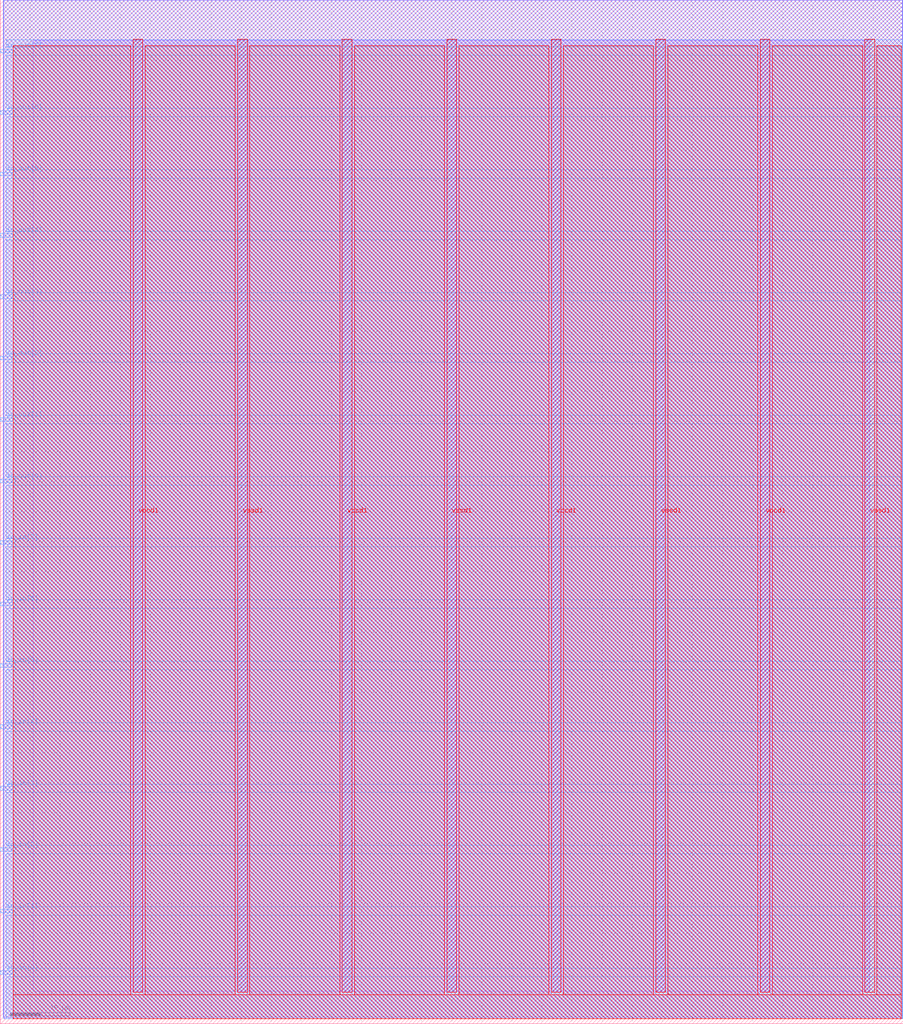
<source format=lef>
VERSION 5.7 ;
  NOWIREEXTENSIONATPIN ON ;
  DIVIDERCHAR "/" ;
  BUSBITCHARS "[]" ;
MACRO wokwi_tt03_simon_top
  CLASS BLOCK ;
  FOREIGN wokwi_tt03_simon_top ;
  ORIGIN 0.000 0.000 ;
  SIZE 150.000 BY 170.000 ;
  PIN io_in[0]
    DIRECTION INPUT ;
    USE SIGNAL ;
    PORT
      LAYER met3 ;
        RECT 0.000 8.200 2.000 8.800 ;
    END
  END io_in[0]
  PIN io_in[1]
    DIRECTION INPUT ;
    USE SIGNAL ;
    PORT
      LAYER met3 ;
        RECT 0.000 18.400 2.000 19.000 ;
    END
  END io_in[1]
  PIN io_in[2]
    DIRECTION INPUT ;
    USE SIGNAL ;
    PORT
      LAYER met3 ;
        RECT 0.000 28.600 2.000 29.200 ;
    END
  END io_in[2]
  PIN io_in[3]
    DIRECTION INPUT ;
    USE SIGNAL ;
    PORT
      LAYER met3 ;
        RECT 0.000 38.800 2.000 39.400 ;
    END
  END io_in[3]
  PIN io_in[4]
    DIRECTION INPUT ;
    USE SIGNAL ;
    PORT
      LAYER met3 ;
        RECT 0.000 49.000 2.000 49.600 ;
    END
  END io_in[4]
  PIN io_in[5]
    DIRECTION INPUT ;
    USE SIGNAL ;
    PORT
      LAYER met3 ;
        RECT 0.000 59.200 2.000 59.800 ;
    END
  END io_in[5]
  PIN io_in[6]
    DIRECTION INPUT ;
    USE SIGNAL ;
    PORT
      LAYER met3 ;
        RECT 0.000 69.400 2.000 70.000 ;
    END
  END io_in[6]
  PIN io_in[7]
    DIRECTION INPUT ;
    USE SIGNAL ;
    PORT
      LAYER met3 ;
        RECT 0.000 79.600 2.000 80.200 ;
    END
  END io_in[7]
  PIN io_out[0]
    DIRECTION OUTPUT TRISTATE ;
    USE SIGNAL ;
    PORT
      LAYER met3 ;
        RECT 0.000 89.800 2.000 90.400 ;
    END
  END io_out[0]
  PIN io_out[1]
    DIRECTION OUTPUT TRISTATE ;
    USE SIGNAL ;
    PORT
      LAYER met3 ;
        RECT 0.000 100.000 2.000 100.600 ;
    END
  END io_out[1]
  PIN io_out[2]
    DIRECTION OUTPUT TRISTATE ;
    USE SIGNAL ;
    PORT
      LAYER met3 ;
        RECT 0.000 110.200 2.000 110.800 ;
    END
  END io_out[2]
  PIN io_out[3]
    DIRECTION OUTPUT TRISTATE ;
    USE SIGNAL ;
    PORT
      LAYER met3 ;
        RECT 0.000 120.400 2.000 121.000 ;
    END
  END io_out[3]
  PIN io_out[4]
    DIRECTION OUTPUT TRISTATE ;
    USE SIGNAL ;
    PORT
      LAYER met3 ;
        RECT 0.000 130.600 2.000 131.200 ;
    END
  END io_out[4]
  PIN io_out[5]
    DIRECTION OUTPUT TRISTATE ;
    USE SIGNAL ;
    PORT
      LAYER met3 ;
        RECT 0.000 140.800 2.000 141.400 ;
    END
  END io_out[5]
  PIN io_out[6]
    DIRECTION OUTPUT TRISTATE ;
    USE SIGNAL ;
    PORT
      LAYER met3 ;
        RECT 0.000 151.000 2.000 151.600 ;
    END
  END io_out[6]
  PIN io_out[7]
    DIRECTION OUTPUT TRISTATE ;
    USE SIGNAL ;
    PORT
      LAYER met3 ;
        RECT 0.000 161.200 2.000 161.800 ;
    END
  END io_out[7]
  PIN vccd1
    DIRECTION INOUT ;
    USE POWER ;
    PORT
      LAYER met4 ;
        RECT 22.085 5.200 23.685 163.440 ;
    END
    PORT
      LAYER met4 ;
        RECT 56.815 5.200 58.415 163.440 ;
    END
    PORT
      LAYER met4 ;
        RECT 91.545 5.200 93.145 163.440 ;
    END
    PORT
      LAYER met4 ;
        RECT 126.275 5.200 127.875 163.440 ;
    END
  END vccd1
  PIN vssd1
    DIRECTION INOUT ;
    USE GROUND ;
    PORT
      LAYER met4 ;
        RECT 39.450 5.200 41.050 163.440 ;
    END
    PORT
      LAYER met4 ;
        RECT 74.180 5.200 75.780 163.440 ;
    END
    PORT
      LAYER met4 ;
        RECT 108.910 5.200 110.510 163.440 ;
    END
    PORT
      LAYER met4 ;
        RECT 143.640 5.200 145.240 163.440 ;
    END
  END vssd1
  OBS
      LAYER li1 ;
        RECT 5.520 5.355 144.440 163.285 ;
      LAYER met1 ;
        RECT 0.530 1.060 149.890 169.960 ;
      LAYER met2 ;
        RECT 0.560 0.835 149.870 169.990 ;
      LAYER met3 ;
        RECT 0.985 162.200 149.895 163.365 ;
        RECT 2.400 160.800 149.895 162.200 ;
        RECT 0.985 152.000 149.895 160.800 ;
        RECT 2.400 150.600 149.895 152.000 ;
        RECT 0.985 141.800 149.895 150.600 ;
        RECT 2.400 140.400 149.895 141.800 ;
        RECT 0.985 131.600 149.895 140.400 ;
        RECT 2.400 130.200 149.895 131.600 ;
        RECT 0.985 121.400 149.895 130.200 ;
        RECT 2.400 120.000 149.895 121.400 ;
        RECT 0.985 111.200 149.895 120.000 ;
        RECT 2.400 109.800 149.895 111.200 ;
        RECT 0.985 101.000 149.895 109.800 ;
        RECT 2.400 99.600 149.895 101.000 ;
        RECT 0.985 90.800 149.895 99.600 ;
        RECT 2.400 89.400 149.895 90.800 ;
        RECT 0.985 80.600 149.895 89.400 ;
        RECT 2.400 79.200 149.895 80.600 ;
        RECT 0.985 70.400 149.895 79.200 ;
        RECT 2.400 69.000 149.895 70.400 ;
        RECT 0.985 60.200 149.895 69.000 ;
        RECT 2.400 58.800 149.895 60.200 ;
        RECT 0.985 50.000 149.895 58.800 ;
        RECT 2.400 48.600 149.895 50.000 ;
        RECT 0.985 39.800 149.895 48.600 ;
        RECT 2.400 38.400 149.895 39.800 ;
        RECT 0.985 29.600 149.895 38.400 ;
        RECT 2.400 28.200 149.895 29.600 ;
        RECT 0.985 19.400 149.895 28.200 ;
        RECT 2.400 18.000 149.895 19.400 ;
        RECT 0.985 9.200 149.895 18.000 ;
        RECT 2.400 7.800 149.895 9.200 ;
        RECT 0.985 0.855 149.895 7.800 ;
      LAYER met4 ;
        RECT 2.135 4.800 21.685 162.345 ;
        RECT 24.085 4.800 39.050 162.345 ;
        RECT 41.450 4.800 56.415 162.345 ;
        RECT 58.815 4.800 73.780 162.345 ;
        RECT 76.180 4.800 91.145 162.345 ;
        RECT 93.545 4.800 108.510 162.345 ;
        RECT 110.910 4.800 125.875 162.345 ;
        RECT 128.275 4.800 143.240 162.345 ;
        RECT 145.640 4.800 149.665 162.345 ;
        RECT 2.135 0.855 149.665 4.800 ;
  END
END wokwi_tt03_simon_top
END LIBRARY


</source>
